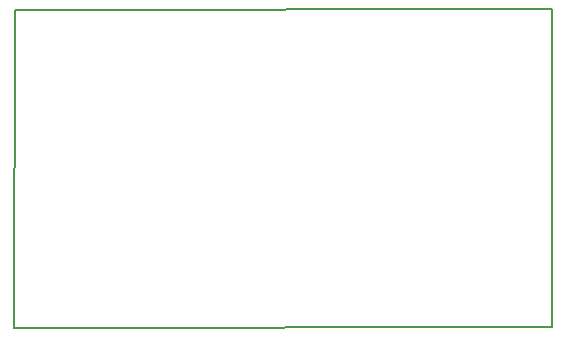
<source format=gm1>
G04 #@! TF.GenerationSoftware,KiCad,Pcbnew,5.0.2-bee76a0~70~ubuntu14.04.1*
G04 #@! TF.CreationDate,2018-12-14T16:39:12-07:00*
G04 #@! TF.ProjectId,lcd-addon,6c63642d-6164-4646-9f6e-2e6b69636164,rev?*
G04 #@! TF.SameCoordinates,Original*
G04 #@! TF.FileFunction,Profile,NP*
%FSLAX46Y46*%
G04 Gerber Fmt 4.6, Leading zero omitted, Abs format (unit mm)*
G04 Created by KiCad (PCBNEW 5.0.2-bee76a0~70~ubuntu14.04.1) date Fri 14 Dec 2018 04:39:12 PM MST*
%MOMM*%
%LPD*%
G01*
G04 APERTURE LIST*
%ADD10C,0.150000*%
G04 APERTURE END LIST*
D10*
X152950000Y-73200000D02*
X107431840Y-73253600D01*
X152938800Y-100091320D02*
X152950000Y-73250000D01*
X107400000Y-100200000D02*
X152950000Y-100100000D01*
X107421680Y-73271380D02*
X107400000Y-100200000D01*
M02*

</source>
